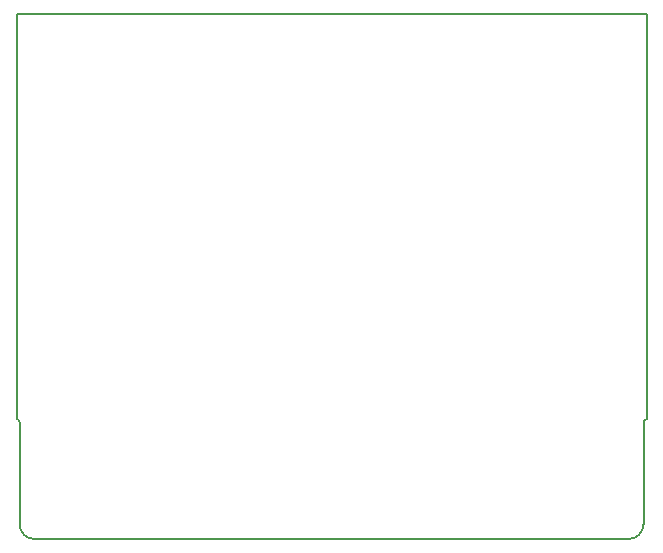
<source format=gbr>
%TF.GenerationSoftware,KiCad,Pcbnew,(6.0.7)*%
%TF.CreationDate,2023-01-26T09:38:32+00:00*%
%TF.ProjectId,CoCo_FPGA_Hat,436f436f-5f46-4504-9741-5f4861742e6b,0*%
%TF.SameCoordinates,Original*%
%TF.FileFunction,Profile,NP*%
%FSLAX46Y46*%
G04 Gerber Fmt 4.6, Leading zero omitted, Abs format (unit mm)*
G04 Created by KiCad (PCBNEW (6.0.7)) date 2023-01-26 09:38:32*
%MOMM*%
%LPD*%
G01*
G04 APERTURE LIST*
%TA.AperFunction,Profile*%
%ADD10C,0.127000*%
%TD*%
G04 APERTURE END LIST*
D10*
%TO.C,P1*%
X61125000Y-32586000D02*
X61125000Y-66876000D01*
X62649000Y-77036000D02*
X112941000Y-77036000D01*
X114465000Y-32586000D02*
X61125000Y-32586000D01*
X61379000Y-67130000D02*
X61379000Y-75766000D01*
X114211000Y-75766000D02*
X114211000Y-67130000D01*
X114465000Y-66876000D02*
X114465000Y-32586000D01*
X61379000Y-67130000D02*
G75*
G03*
X61125000Y-66876000I-254000J0D01*
G01*
X61379000Y-75766000D02*
G75*
G03*
X62649000Y-77036000I1270000J0D01*
G01*
X114465000Y-66876000D02*
G75*
G03*
X114211000Y-67130000I0J-254000D01*
G01*
X112941000Y-77036000D02*
G75*
G03*
X114211000Y-75766000I0J1270000D01*
G01*
%TD*%
M02*

</source>
